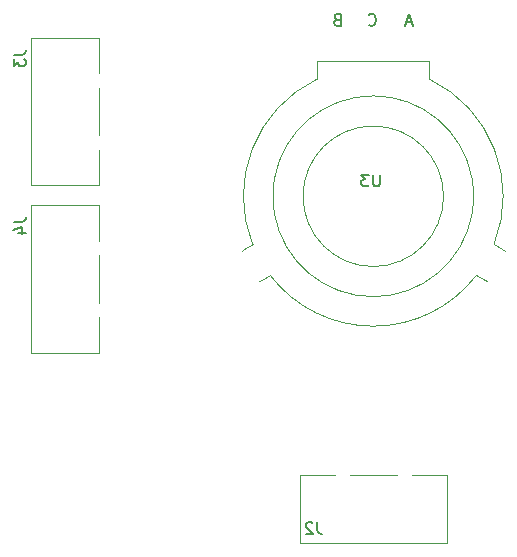
<source format=gbr>
%TF.GenerationSoftware,KiCad,Pcbnew,(5.1.12)-1*%
%TF.CreationDate,2022-08-23T16:13:07-05:00*%
%TF.ProjectId,Stepper_Motor_Controller,53746570-7065-4725-9f4d-6f746f725f43,rev?*%
%TF.SameCoordinates,Original*%
%TF.FileFunction,Legend,Bot*%
%TF.FilePolarity,Positive*%
%FSLAX46Y46*%
G04 Gerber Fmt 4.6, Leading zero omitted, Abs format (unit mm)*
G04 Created by KiCad (PCBNEW (5.1.12)-1) date 2022-08-23 16:13:07*
%MOMM*%
%LPD*%
G01*
G04 APERTURE LIST*
%ADD10C,0.120000*%
%ADD11C,0.050000*%
%ADD12C,0.150000*%
G04 APERTURE END LIST*
D10*
%TO.C,J4*%
X76800000Y-100850000D02*
X76800000Y-103850000D01*
X76800000Y-113350000D02*
X76800000Y-110350000D01*
X76800000Y-105100000D02*
X76800000Y-109100000D01*
X76800000Y-100850000D02*
X71050000Y-100850000D01*
X71050000Y-100850000D02*
X71050000Y-113350000D01*
X71050000Y-113350000D02*
X76800000Y-113350000D01*
%TO.C,J3*%
X76800000Y-86680000D02*
X76800000Y-89680000D01*
X76800000Y-99180000D02*
X76800000Y-96180000D01*
X76800000Y-90930000D02*
X76800000Y-94930000D01*
X76800000Y-86680000D02*
X71050000Y-86680000D01*
X71050000Y-86680000D02*
X71050000Y-99180000D01*
X71050000Y-99180000D02*
X76800000Y-99180000D01*
D11*
%TO.C,U3*%
X105939344Y-100090549D02*
G75*
G03*
X105939344Y-100090549I-5950000J0D01*
G01*
X111132549Y-104694943D02*
X110916042Y-104569943D01*
X110208367Y-104161367D02*
X110916042Y-104569943D01*
X95239344Y-88668981D02*
X95239344Y-90168981D01*
X104739344Y-90168981D02*
X104739344Y-88668981D01*
X108728414Y-106771017D02*
X109416042Y-107168019D01*
X104739344Y-88668981D02*
X95239344Y-88668981D01*
X89770320Y-104161367D02*
X89062645Y-104569943D01*
X89062645Y-104569943D02*
X88846138Y-104694943D01*
X109416042Y-107168019D02*
X109632549Y-107293019D01*
X90346138Y-107293019D02*
X90562645Y-107168019D01*
X90562645Y-107168019D02*
X91250273Y-106771017D01*
X91504062Y-100590549D02*
G75*
G03*
X91622743Y-101590549I8485282J500000D01*
G01*
X108355945Y-98590549D02*
G75*
G03*
X91622743Y-98590549I-8366601J-1500000D01*
G01*
X108474625Y-100590549D02*
G75*
G03*
X108474625Y-99590549I-8485281J500000D01*
G01*
X91622743Y-98590549D02*
G75*
G03*
X91504062Y-99590549I8366601J-1500000D01*
G01*
X91622744Y-101590549D02*
G75*
G03*
X108355944Y-101590549I8366600J1500000D01*
G01*
X91504062Y-99590549D02*
G75*
G03*
X91504062Y-100590549I8485282J-500000D01*
G01*
X108355944Y-101590549D02*
G75*
G03*
X108474625Y-100590549I-8366600J1500000D01*
G01*
X91250274Y-106771017D02*
G75*
G03*
X108728414Y-106771017I8739070J6680468D01*
G01*
X110208369Y-104161367D02*
G75*
G03*
X104739344Y-90168981I-10219025J4070818D01*
G01*
X95239344Y-90168982D02*
G75*
G03*
X89770320Y-104161367I4750000J-9921567D01*
G01*
X108474625Y-99590549D02*
G75*
G03*
X108355944Y-98590549I-8485281J-500000D01*
G01*
D10*
%TO.C,J2*%
X106250000Y-129450000D02*
X106250000Y-123700000D01*
X93750000Y-129450000D02*
X106250000Y-129450000D01*
X93750000Y-123700000D02*
X93750000Y-129450000D01*
X98000000Y-123700000D02*
X102000000Y-123700000D01*
X106250000Y-123700000D02*
X103250000Y-123700000D01*
X93750000Y-123700000D02*
X96750000Y-123700000D01*
%TO.C,J4*%
D12*
X69552380Y-102266666D02*
X70266666Y-102266666D01*
X70409523Y-102219047D01*
X70504761Y-102123809D01*
X70552380Y-101980952D01*
X70552380Y-101885714D01*
X69885714Y-103171428D02*
X70552380Y-103171428D01*
X69504761Y-102933333D02*
X70219047Y-102695238D01*
X70219047Y-103314285D01*
%TO.C,J3*%
X69552380Y-88096666D02*
X70266666Y-88096666D01*
X70409523Y-88049047D01*
X70504761Y-87953809D01*
X70552380Y-87810952D01*
X70552380Y-87715714D01*
X69552380Y-88477619D02*
X69552380Y-89096666D01*
X69933333Y-88763333D01*
X69933333Y-88906190D01*
X69980952Y-89001428D01*
X70028571Y-89049047D01*
X70123809Y-89096666D01*
X70361904Y-89096666D01*
X70457142Y-89049047D01*
X70504761Y-89001428D01*
X70552380Y-88906190D01*
X70552380Y-88620476D01*
X70504761Y-88525238D01*
X70457142Y-88477619D01*
%TO.C,U3*%
X100561904Y-98252380D02*
X100561904Y-99061904D01*
X100514285Y-99157142D01*
X100466666Y-99204761D01*
X100371428Y-99252380D01*
X100180952Y-99252380D01*
X100085714Y-99204761D01*
X100038095Y-99157142D01*
X99990476Y-99061904D01*
X99990476Y-98252380D01*
X99609523Y-98252380D02*
X98990476Y-98252380D01*
X99323809Y-98633333D01*
X99180952Y-98633333D01*
X99085714Y-98680952D01*
X99038095Y-98728571D01*
X98990476Y-98823809D01*
X98990476Y-99061904D01*
X99038095Y-99157142D01*
X99085714Y-99204761D01*
X99180952Y-99252380D01*
X99466666Y-99252380D01*
X99561904Y-99204761D01*
X99609523Y-99157142D01*
X103238095Y-85366666D02*
X102761904Y-85366666D01*
X103333333Y-85652380D02*
X103000000Y-84652380D01*
X102666666Y-85652380D01*
X96928571Y-85128571D02*
X96785714Y-85176190D01*
X96738095Y-85223809D01*
X96690476Y-85319047D01*
X96690476Y-85461904D01*
X96738095Y-85557142D01*
X96785714Y-85604761D01*
X96880952Y-85652380D01*
X97261904Y-85652380D01*
X97261904Y-84652380D01*
X96928571Y-84652380D01*
X96833333Y-84700000D01*
X96785714Y-84747619D01*
X96738095Y-84842857D01*
X96738095Y-84938095D01*
X96785714Y-85033333D01*
X96833333Y-85080952D01*
X96928571Y-85128571D01*
X97261904Y-85128571D01*
X99590476Y-85557142D02*
X99638095Y-85604761D01*
X99780952Y-85652380D01*
X99876190Y-85652380D01*
X100019047Y-85604761D01*
X100114285Y-85509523D01*
X100161904Y-85414285D01*
X100209523Y-85223809D01*
X100209523Y-85080952D01*
X100161904Y-84890476D01*
X100114285Y-84795238D01*
X100019047Y-84700000D01*
X99876190Y-84652380D01*
X99780952Y-84652380D01*
X99638095Y-84700000D01*
X99590476Y-84747619D01*
%TO.C,J2*%
X95253333Y-127672380D02*
X95253333Y-128386666D01*
X95300952Y-128529523D01*
X95396190Y-128624761D01*
X95539047Y-128672380D01*
X95634285Y-128672380D01*
X94824761Y-127767619D02*
X94777142Y-127720000D01*
X94681904Y-127672380D01*
X94443809Y-127672380D01*
X94348571Y-127720000D01*
X94300952Y-127767619D01*
X94253333Y-127862857D01*
X94253333Y-127958095D01*
X94300952Y-128100952D01*
X94872380Y-128672380D01*
X94253333Y-128672380D01*
%TD*%
M02*

</source>
